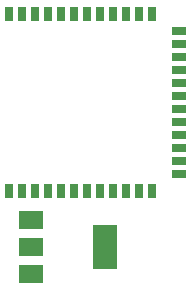
<source format=gtp>
G04 #@! TF.GenerationSoftware,KiCad,Pcbnew,(6.0.2)*
G04 #@! TF.CreationDate,2022-03-08T09:31:39+01:00*
G04 #@! TF.ProjectId,pierce,70696572-6365-42e6-9b69-6361645f7063,v 0.1*
G04 #@! TF.SameCoordinates,Original*
G04 #@! TF.FileFunction,Paste,Top*
G04 #@! TF.FilePolarity,Positive*
%FSLAX46Y46*%
G04 Gerber Fmt 4.6, Leading zero omitted, Abs format (unit mm)*
G04 Created by KiCad (PCBNEW (6.0.2)) date 2022-03-08 09:31:39*
%MOMM*%
%LPD*%
G01*
G04 APERTURE LIST*
%ADD10R,0.698500X1.198880*%
%ADD11R,1.198880X0.698500*%
%ADD12R,2.000000X1.500000*%
%ADD13R,2.000000X3.800000*%
G04 APERTURE END LIST*
D10*
X101252480Y-103573280D03*
X102352300Y-103573280D03*
X103452120Y-103573280D03*
X104551940Y-103573280D03*
X105651760Y-103573280D03*
X106751580Y-103573280D03*
X107851400Y-103573280D03*
X108951220Y-103573280D03*
X110051040Y-103573280D03*
X111150860Y-103573280D03*
X112250680Y-103573280D03*
X113350500Y-103573280D03*
D11*
X115700000Y-102122940D03*
X115700000Y-101023120D03*
X115700000Y-99923300D03*
X115700000Y-98823480D03*
X115700000Y-97723660D03*
X115700000Y-96623840D03*
X115700000Y-95526560D03*
X115700000Y-94426740D03*
X115700000Y-93326920D03*
X115700000Y-92227100D03*
X115700000Y-91127280D03*
X115700000Y-90027460D03*
D10*
X113350500Y-88577120D03*
X112250680Y-88577120D03*
X111150860Y-88577120D03*
X110051040Y-88577120D03*
X108951220Y-88577120D03*
X107851400Y-88577120D03*
X106751580Y-88577120D03*
X105651760Y-88577120D03*
X104551940Y-88577120D03*
X103452120Y-88577120D03*
X102352300Y-88577120D03*
X101252480Y-88577120D03*
D12*
X103109400Y-106043400D03*
X103109400Y-108343400D03*
D13*
X109409400Y-108343400D03*
D12*
X103109400Y-110643400D03*
M02*

</source>
